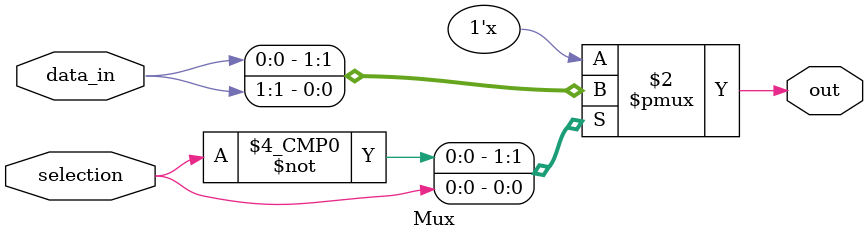
<source format=sv>
module Mux (
    input [1:0] data_in, // Entradas de datos
    input selection, // Señal de selección
    output reg out // Salida
);

always @* begin
    case(selection)
        0: out = data_in[0]; // Si selection es 0, la salida es data_in[0]
        1: out = data_in[1]; // Si selection es 1, la salida es data_in[1]
        default: out = 1'bX; // Si selection no es ni 0 ni 1, la salida es indefinida
    endcase
end

endmodule

</source>
